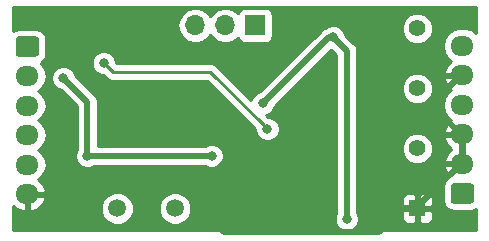
<source format=gbr>
G04 #@! TF.GenerationSoftware,KiCad,Pcbnew,(5.0.2-5)-5*
G04 #@! TF.CreationDate,2019-07-31T22:00:08+03:00*
G04 #@! TF.ProjectId,bike_motor_shim,62696b65-5f6d-46f7-946f-725f7368696d,rev?*
G04 #@! TF.SameCoordinates,Original*
G04 #@! TF.FileFunction,Copper,L2,Bot*
G04 #@! TF.FilePolarity,Positive*
%FSLAX46Y46*%
G04 Gerber Fmt 4.6, Leading zero omitted, Abs format (unit mm)*
G04 Created by KiCad (PCBNEW (5.0.2-5)-5) date 2019 July 31, Wednesday 22:00:08*
%MOMM*%
%LPD*%
G01*
G04 APERTURE LIST*
G04 #@! TA.AperFunction,ComponentPad*
%ADD10C,1.500000*%
G04 #@! TD*
G04 #@! TA.AperFunction,Conductor*
%ADD11C,0.100000*%
G04 #@! TD*
G04 #@! TA.AperFunction,ComponentPad*
%ADD12C,1.700000*%
G04 #@! TD*
G04 #@! TA.AperFunction,ComponentPad*
%ADD13O,1.950000X1.700000*%
G04 #@! TD*
G04 #@! TA.AperFunction,ComponentPad*
%ADD14R,1.700000X1.700000*%
G04 #@! TD*
G04 #@! TA.AperFunction,ComponentPad*
%ADD15O,1.700000X1.700000*%
G04 #@! TD*
G04 #@! TA.AperFunction,ComponentPad*
%ADD16C,1.400000*%
G04 #@! TD*
G04 #@! TA.AperFunction,ComponentPad*
%ADD17R,1.400000X1.400000*%
G04 #@! TD*
G04 #@! TA.AperFunction,ViaPad*
%ADD18C,0.800000*%
G04 #@! TD*
G04 #@! TA.AperFunction,Conductor*
%ADD19C,0.500000*%
G04 #@! TD*
G04 #@! TA.AperFunction,Conductor*
%ADD20C,0.250000*%
G04 #@! TD*
G04 #@! TA.AperFunction,Conductor*
%ADD21C,0.254000*%
G04 #@! TD*
G04 APERTURE END LIST*
D10*
G04 #@! TO.P,Y1,1*
G04 #@! TO.N,Net-(C3-Pad2)*
X146685000Y-126365000D03*
G04 #@! TO.P,Y1,2*
G04 #@! TO.N,Net-(C4-Pad2)*
X151565000Y-126365000D03*
G04 #@! TD*
D11*
G04 #@! TO.N,MISO*
G04 #@! TO.C,J2*
G36*
X139814504Y-111800204D02*
X139838773Y-111803804D01*
X139862571Y-111809765D01*
X139885671Y-111818030D01*
X139907849Y-111828520D01*
X139928893Y-111841133D01*
X139948598Y-111855747D01*
X139966777Y-111872223D01*
X139983253Y-111890402D01*
X139997867Y-111910107D01*
X140010480Y-111931151D01*
X140020970Y-111953329D01*
X140029235Y-111976429D01*
X140035196Y-112000227D01*
X140038796Y-112024496D01*
X140040000Y-112049000D01*
X140040000Y-113249000D01*
X140038796Y-113273504D01*
X140035196Y-113297773D01*
X140029235Y-113321571D01*
X140020970Y-113344671D01*
X140010480Y-113366849D01*
X139997867Y-113387893D01*
X139983253Y-113407598D01*
X139966777Y-113425777D01*
X139948598Y-113442253D01*
X139928893Y-113456867D01*
X139907849Y-113469480D01*
X139885671Y-113479970D01*
X139862571Y-113488235D01*
X139838773Y-113494196D01*
X139814504Y-113497796D01*
X139790000Y-113499000D01*
X138340000Y-113499000D01*
X138315496Y-113497796D01*
X138291227Y-113494196D01*
X138267429Y-113488235D01*
X138244329Y-113479970D01*
X138222151Y-113469480D01*
X138201107Y-113456867D01*
X138181402Y-113442253D01*
X138163223Y-113425777D01*
X138146747Y-113407598D01*
X138132133Y-113387893D01*
X138119520Y-113366849D01*
X138109030Y-113344671D01*
X138100765Y-113321571D01*
X138094804Y-113297773D01*
X138091204Y-113273504D01*
X138090000Y-113249000D01*
X138090000Y-112049000D01*
X138091204Y-112024496D01*
X138094804Y-112000227D01*
X138100765Y-111976429D01*
X138109030Y-111953329D01*
X138119520Y-111931151D01*
X138132133Y-111910107D01*
X138146747Y-111890402D01*
X138163223Y-111872223D01*
X138181402Y-111855747D01*
X138201107Y-111841133D01*
X138222151Y-111828520D01*
X138244329Y-111818030D01*
X138267429Y-111809765D01*
X138291227Y-111803804D01*
X138315496Y-111800204D01*
X138340000Y-111799000D01*
X139790000Y-111799000D01*
X139814504Y-111800204D01*
X139814504Y-111800204D01*
G37*
D12*
G04 #@! TD*
G04 #@! TO.P,J2,1*
G04 #@! TO.N,MISO*
X139065000Y-112649000D03*
D13*
G04 #@! TO.P,J2,2*
G04 #@! TO.N,+5V*
X139065000Y-115149000D03*
G04 #@! TO.P,J2,3*
G04 #@! TO.N,SCK*
X139065000Y-117649000D03*
G04 #@! TO.P,J2,4*
G04 #@! TO.N,MOSI*
X139065000Y-120149000D03*
G04 #@! TO.P,J2,5*
G04 #@! TO.N,RST*
X139065000Y-122649000D03*
G04 #@! TO.P,J2,6*
G04 #@! TO.N,GND*
X139065000Y-125149000D03*
G04 #@! TD*
D11*
G04 #@! TO.N,+6V*
G04 #@! TO.C,J1*
G36*
X176644504Y-124246204D02*
X176668773Y-124249804D01*
X176692571Y-124255765D01*
X176715671Y-124264030D01*
X176737849Y-124274520D01*
X176758893Y-124287133D01*
X176778598Y-124301747D01*
X176796777Y-124318223D01*
X176813253Y-124336402D01*
X176827867Y-124356107D01*
X176840480Y-124377151D01*
X176850970Y-124399329D01*
X176859235Y-124422429D01*
X176865196Y-124446227D01*
X176868796Y-124470496D01*
X176870000Y-124495000D01*
X176870000Y-125695000D01*
X176868796Y-125719504D01*
X176865196Y-125743773D01*
X176859235Y-125767571D01*
X176850970Y-125790671D01*
X176840480Y-125812849D01*
X176827867Y-125833893D01*
X176813253Y-125853598D01*
X176796777Y-125871777D01*
X176778598Y-125888253D01*
X176758893Y-125902867D01*
X176737849Y-125915480D01*
X176715671Y-125925970D01*
X176692571Y-125934235D01*
X176668773Y-125940196D01*
X176644504Y-125943796D01*
X176620000Y-125945000D01*
X175170000Y-125945000D01*
X175145496Y-125943796D01*
X175121227Y-125940196D01*
X175097429Y-125934235D01*
X175074329Y-125925970D01*
X175052151Y-125915480D01*
X175031107Y-125902867D01*
X175011402Y-125888253D01*
X174993223Y-125871777D01*
X174976747Y-125853598D01*
X174962133Y-125833893D01*
X174949520Y-125812849D01*
X174939030Y-125790671D01*
X174930765Y-125767571D01*
X174924804Y-125743773D01*
X174921204Y-125719504D01*
X174920000Y-125695000D01*
X174920000Y-124495000D01*
X174921204Y-124470496D01*
X174924804Y-124446227D01*
X174930765Y-124422429D01*
X174939030Y-124399329D01*
X174949520Y-124377151D01*
X174962133Y-124356107D01*
X174976747Y-124336402D01*
X174993223Y-124318223D01*
X175011402Y-124301747D01*
X175031107Y-124287133D01*
X175052151Y-124274520D01*
X175074329Y-124264030D01*
X175097429Y-124255765D01*
X175121227Y-124249804D01*
X175145496Y-124246204D01*
X175170000Y-124245000D01*
X176620000Y-124245000D01*
X176644504Y-124246204D01*
X176644504Y-124246204D01*
G37*
D12*
G04 #@! TD*
G04 #@! TO.P,J1,1*
G04 #@! TO.N,+6V*
X175895000Y-125095000D03*
D13*
G04 #@! TO.P,J1,2*
G04 #@! TO.N,GND*
X175895000Y-122595000D03*
G04 #@! TO.P,J1,3*
X175895000Y-120095000D03*
G04 #@! TO.P,J1,4*
G04 #@! TO.N,SENSOR_IN*
X175895000Y-117595000D03*
G04 #@! TO.P,J1,5*
G04 #@! TO.N,GND*
X175895000Y-115095000D03*
G04 #@! TO.P,J1,6*
G04 #@! TO.N,MOTOR_IN*
X175895000Y-112595000D03*
G04 #@! TD*
D14*
G04 #@! TO.P,JP1,1*
G04 #@! TO.N,MOTOR_DRY*
X158369000Y-110871000D03*
D15*
G04 #@! TO.P,JP1,2*
G04 #@! TO.N,Net-(JP1-Pad2)*
X155829000Y-110871000D03*
G04 #@! TO.P,JP1,3*
G04 #@! TO.N,MOTOR_TTL*
X153289000Y-110871000D03*
G04 #@! TD*
D16*
G04 #@! TO.P,K1,7*
G04 #@! TO.N,MOTOR_DRY*
X172085000Y-111125000D03*
G04 #@! TO.P,K1,5*
G04 #@! TO.N,+5V*
X172085000Y-116205000D03*
G04 #@! TO.P,K1,3*
G04 #@! TO.N,Net-(D1-Pad2)*
X172085000Y-121285000D03*
D17*
G04 #@! TO.P,K1,1*
G04 #@! TO.N,GND*
X172085000Y-126365000D03*
G04 #@! TD*
D18*
G04 #@! TO.N,+5V*
X154686000Y-121920000D03*
X144145000Y-121920000D03*
X159004000Y-117475000D03*
X164973000Y-111887000D03*
X166116000Y-127254000D03*
X142113000Y-115316000D03*
G04 #@! TO.N,MISO*
X145542000Y-114046000D03*
X159385000Y-119634000D03*
G04 #@! TO.N,GND*
X153035000Y-118999000D03*
X159385000Y-121285000D03*
X154432000Y-127635000D03*
X144145000Y-123825000D03*
X147955000Y-118110000D03*
X164338000Y-117982999D03*
G04 #@! TD*
D19*
G04 #@! TO.N,+5V*
X144145000Y-121920000D02*
X154686000Y-121920000D01*
X144145000Y-121920000D02*
X144145000Y-117348000D01*
X144145000Y-117348000D02*
X142512999Y-115715999D01*
X142512999Y-115715999D02*
X142113000Y-115316000D01*
X164592000Y-111887000D02*
X164973000Y-111887000D01*
X159004000Y-117475000D02*
X164592000Y-111887000D01*
X166116000Y-113030000D02*
X166116000Y-127254000D01*
X164973000Y-111887000D02*
X166116000Y-113030000D01*
D20*
G04 #@! TO.N,MISO*
X158985001Y-119234001D02*
X159385000Y-119634000D01*
X154559000Y-114808000D02*
X158985001Y-119234001D01*
X146304000Y-114808000D02*
X154559000Y-114808000D01*
X145542000Y-114046000D02*
X146304000Y-114808000D01*
G04 #@! TO.N,GND*
X175855000Y-122595000D02*
X175895000Y-122595000D01*
D19*
X154432000Y-127635000D02*
X154432000Y-127069315D01*
X154432000Y-127069315D02*
X154432000Y-123825000D01*
X144145000Y-123825000D02*
X154432000Y-123825000D01*
X175895000Y-120015000D02*
X175895000Y-120095000D01*
X175895000Y-120095000D02*
X175895000Y-122595000D01*
X172085000Y-126280000D02*
X172085000Y-126365000D01*
X175770000Y-122595000D02*
X172085000Y-126280000D01*
X175895000Y-122595000D02*
X175770000Y-122595000D01*
X174117000Y-118442000D02*
X175770000Y-120095000D01*
X174117000Y-116748000D02*
X174117000Y-118442000D01*
X175770000Y-115095000D02*
X174117000Y-116748000D01*
X175770000Y-120095000D02*
X175895000Y-120095000D01*
X175895000Y-115095000D02*
X175770000Y-115095000D01*
X170885000Y-126365000D02*
X172085000Y-126365000D01*
X168870010Y-128379990D02*
X170885000Y-126365000D01*
X155742675Y-128379990D02*
X168870010Y-128379990D01*
X154997685Y-127635000D02*
X155742675Y-128379990D01*
X154432000Y-127635000D02*
X154997685Y-127635000D01*
X159385000Y-121285000D02*
X161035999Y-121285000D01*
X161035999Y-121285000D02*
X163938001Y-118382998D01*
X163938001Y-118382998D02*
X164338000Y-117982999D01*
X156972000Y-121285000D02*
X154432000Y-123825000D01*
X159385000Y-121285000D02*
X156972000Y-121285000D01*
X154686000Y-118999000D02*
X156972000Y-121285000D01*
X153035000Y-118999000D02*
X154686000Y-118999000D01*
G04 #@! TD*
D21*
G04 #@! TO.N,GND*
G36*
X177090000Y-111523957D02*
X176599418Y-111196161D01*
X176166256Y-111110000D01*
X175623744Y-111110000D01*
X175190582Y-111196161D01*
X174699375Y-111524375D01*
X174371161Y-112015582D01*
X174255908Y-112595000D01*
X174371161Y-113174418D01*
X174699375Y-113665625D01*
X174972687Y-113848246D01*
X174567503Y-114223807D01*
X174328524Y-114738110D01*
X174449845Y-114968000D01*
X175768000Y-114968000D01*
X175768000Y-114948000D01*
X176022000Y-114948000D01*
X176022000Y-114968000D01*
X176042000Y-114968000D01*
X176042000Y-115222000D01*
X176022000Y-115222000D01*
X176022000Y-115242000D01*
X175768000Y-115242000D01*
X175768000Y-115222000D01*
X174449845Y-115222000D01*
X174328524Y-115451890D01*
X174567503Y-115966193D01*
X174972687Y-116341754D01*
X174699375Y-116524375D01*
X174371161Y-117015582D01*
X174255908Y-117595000D01*
X174371161Y-118174418D01*
X174699375Y-118665625D01*
X174972687Y-118848246D01*
X174567503Y-119223807D01*
X174328524Y-119738110D01*
X174449845Y-119968000D01*
X175768000Y-119968000D01*
X175768000Y-119948000D01*
X176022000Y-119948000D01*
X176022000Y-119968000D01*
X176042000Y-119968000D01*
X176042000Y-120222000D01*
X176022000Y-120222000D01*
X176022000Y-122468000D01*
X176042000Y-122468000D01*
X176042000Y-122722000D01*
X176022000Y-122722000D01*
X176022000Y-122742000D01*
X175768000Y-122742000D01*
X175768000Y-122722000D01*
X174449845Y-122722000D01*
X174328524Y-122951890D01*
X174567503Y-123466193D01*
X174801211Y-123682815D01*
X174535414Y-123860414D01*
X174340874Y-124151565D01*
X174272560Y-124495000D01*
X174272560Y-125695000D01*
X174340874Y-126038435D01*
X174535414Y-126329586D01*
X174826565Y-126524126D01*
X175170000Y-126592440D01*
X176620000Y-126592440D01*
X176963435Y-126524126D01*
X177090001Y-126439558D01*
X177090001Y-128195000D01*
X166548811Y-128195000D01*
X166702280Y-128131431D01*
X166993431Y-127840280D01*
X167151000Y-127459874D01*
X167151000Y-127048126D01*
X167001000Y-126685993D01*
X167001000Y-126650750D01*
X170750000Y-126650750D01*
X170750000Y-127191309D01*
X170846673Y-127424698D01*
X171025301Y-127603327D01*
X171258690Y-127700000D01*
X171799250Y-127700000D01*
X171958000Y-127541250D01*
X171958000Y-126492000D01*
X172212000Y-126492000D01*
X172212000Y-127541250D01*
X172370750Y-127700000D01*
X172911310Y-127700000D01*
X173144699Y-127603327D01*
X173323327Y-127424698D01*
X173420000Y-127191309D01*
X173420000Y-126650750D01*
X173261250Y-126492000D01*
X172212000Y-126492000D01*
X171958000Y-126492000D01*
X170908750Y-126492000D01*
X170750000Y-126650750D01*
X167001000Y-126650750D01*
X167001000Y-125538691D01*
X170750000Y-125538691D01*
X170750000Y-126079250D01*
X170908750Y-126238000D01*
X171958000Y-126238000D01*
X171958000Y-125188750D01*
X172212000Y-125188750D01*
X172212000Y-126238000D01*
X173261250Y-126238000D01*
X173420000Y-126079250D01*
X173420000Y-125538691D01*
X173323327Y-125305302D01*
X173144699Y-125126673D01*
X172911310Y-125030000D01*
X172370750Y-125030000D01*
X172212000Y-125188750D01*
X171958000Y-125188750D01*
X171799250Y-125030000D01*
X171258690Y-125030000D01*
X171025301Y-125126673D01*
X170846673Y-125305302D01*
X170750000Y-125538691D01*
X167001000Y-125538691D01*
X167001000Y-121019452D01*
X170750000Y-121019452D01*
X170750000Y-121550548D01*
X170953242Y-122041217D01*
X171328783Y-122416758D01*
X171819452Y-122620000D01*
X172350548Y-122620000D01*
X172841217Y-122416758D01*
X173216758Y-122041217D01*
X173420000Y-121550548D01*
X173420000Y-121019452D01*
X173216758Y-120528783D01*
X173139865Y-120451890D01*
X174328524Y-120451890D01*
X174567503Y-120966193D01*
X174976189Y-121345000D01*
X174567503Y-121723807D01*
X174328524Y-122238110D01*
X174449845Y-122468000D01*
X175768000Y-122468000D01*
X175768000Y-120222000D01*
X174449845Y-120222000D01*
X174328524Y-120451890D01*
X173139865Y-120451890D01*
X172841217Y-120153242D01*
X172350548Y-119950000D01*
X171819452Y-119950000D01*
X171328783Y-120153242D01*
X170953242Y-120528783D01*
X170750000Y-121019452D01*
X167001000Y-121019452D01*
X167001000Y-115939452D01*
X170750000Y-115939452D01*
X170750000Y-116470548D01*
X170953242Y-116961217D01*
X171328783Y-117336758D01*
X171819452Y-117540000D01*
X172350548Y-117540000D01*
X172841217Y-117336758D01*
X173216758Y-116961217D01*
X173420000Y-116470548D01*
X173420000Y-115939452D01*
X173216758Y-115448783D01*
X172841217Y-115073242D01*
X172350548Y-114870000D01*
X171819452Y-114870000D01*
X171328783Y-115073242D01*
X170953242Y-115448783D01*
X170750000Y-115939452D01*
X167001000Y-115939452D01*
X167001000Y-113117159D01*
X167018337Y-113029999D01*
X167001000Y-112942839D01*
X167001000Y-112942835D01*
X166949652Y-112684690D01*
X166754049Y-112391951D01*
X166680156Y-112342577D01*
X166000431Y-111662853D01*
X165850431Y-111300720D01*
X165559280Y-111009569D01*
X165196865Y-110859452D01*
X170750000Y-110859452D01*
X170750000Y-111390548D01*
X170953242Y-111881217D01*
X171328783Y-112256758D01*
X171819452Y-112460000D01*
X172350548Y-112460000D01*
X172841217Y-112256758D01*
X173216758Y-111881217D01*
X173420000Y-111390548D01*
X173420000Y-110859452D01*
X173216758Y-110368783D01*
X172841217Y-109993242D01*
X172350548Y-109790000D01*
X171819452Y-109790000D01*
X171328783Y-109993242D01*
X170953242Y-110368783D01*
X170750000Y-110859452D01*
X165196865Y-110859452D01*
X165178874Y-110852000D01*
X164767126Y-110852000D01*
X164386720Y-111009569D01*
X164366840Y-111029449D01*
X164246690Y-111053348D01*
X164246688Y-111053349D01*
X164246689Y-111053349D01*
X164027845Y-111199576D01*
X164027844Y-111199577D01*
X163953951Y-111248951D01*
X163904577Y-111322844D01*
X158779853Y-116447569D01*
X158417720Y-116597569D01*
X158126569Y-116888720D01*
X158005883Y-117180082D01*
X155149331Y-114323530D01*
X155106929Y-114260071D01*
X154855537Y-114092096D01*
X154633852Y-114048000D01*
X154633847Y-114048000D01*
X154559000Y-114033112D01*
X154484153Y-114048000D01*
X146618802Y-114048000D01*
X146577000Y-114006198D01*
X146577000Y-113840126D01*
X146419431Y-113459720D01*
X146128280Y-113168569D01*
X145747874Y-113011000D01*
X145336126Y-113011000D01*
X144955720Y-113168569D01*
X144664569Y-113459720D01*
X144507000Y-113840126D01*
X144507000Y-114251874D01*
X144664569Y-114632280D01*
X144955720Y-114923431D01*
X145336126Y-115081000D01*
X145502198Y-115081000D01*
X145713670Y-115292472D01*
X145756071Y-115355929D01*
X145819527Y-115398329D01*
X146007462Y-115523904D01*
X146055605Y-115533480D01*
X146229148Y-115568000D01*
X146229152Y-115568000D01*
X146304000Y-115582888D01*
X146378848Y-115568000D01*
X154244199Y-115568000D01*
X158350000Y-119673802D01*
X158350000Y-119839874D01*
X158507569Y-120220280D01*
X158798720Y-120511431D01*
X159179126Y-120669000D01*
X159590874Y-120669000D01*
X159971280Y-120511431D01*
X160262431Y-120220280D01*
X160420000Y-119839874D01*
X160420000Y-119428126D01*
X160262431Y-119047720D01*
X159971280Y-118756569D01*
X159590874Y-118599000D01*
X159424802Y-118599000D01*
X159298919Y-118473117D01*
X159590280Y-118352431D01*
X159881431Y-118061280D01*
X160031431Y-117699147D01*
X164782500Y-112948079D01*
X165231000Y-113396579D01*
X165231001Y-126685991D01*
X165081000Y-127048126D01*
X165081000Y-127459874D01*
X165238569Y-127840280D01*
X165529720Y-128131431D01*
X165683189Y-128195000D01*
X137870000Y-128195000D01*
X137870000Y-126143003D01*
X138162429Y-126414053D01*
X138705733Y-126615320D01*
X138938000Y-126475165D01*
X138938000Y-125276000D01*
X139192000Y-125276000D01*
X139192000Y-126475165D01*
X139424267Y-126615320D01*
X139967571Y-126414053D01*
X140317716Y-126089506D01*
X145300000Y-126089506D01*
X145300000Y-126640494D01*
X145510853Y-127149540D01*
X145900460Y-127539147D01*
X146409506Y-127750000D01*
X146960494Y-127750000D01*
X147469540Y-127539147D01*
X147859147Y-127149540D01*
X148070000Y-126640494D01*
X148070000Y-126089506D01*
X150180000Y-126089506D01*
X150180000Y-126640494D01*
X150390853Y-127149540D01*
X150780460Y-127539147D01*
X151289506Y-127750000D01*
X151840494Y-127750000D01*
X152349540Y-127539147D01*
X152739147Y-127149540D01*
X152950000Y-126640494D01*
X152950000Y-126089506D01*
X152739147Y-125580460D01*
X152349540Y-125190853D01*
X151840494Y-124980000D01*
X151289506Y-124980000D01*
X150780460Y-125190853D01*
X150390853Y-125580460D01*
X150180000Y-126089506D01*
X148070000Y-126089506D01*
X147859147Y-125580460D01*
X147469540Y-125190853D01*
X146960494Y-124980000D01*
X146409506Y-124980000D01*
X145900460Y-125190853D01*
X145510853Y-125580460D01*
X145300000Y-126089506D01*
X140317716Y-126089506D01*
X140392497Y-126020193D01*
X140631476Y-125505890D01*
X140510155Y-125276000D01*
X139192000Y-125276000D01*
X138938000Y-125276000D01*
X138918000Y-125276000D01*
X138918000Y-125022000D01*
X138938000Y-125022000D01*
X138938000Y-125002000D01*
X139192000Y-125002000D01*
X139192000Y-125022000D01*
X140510155Y-125022000D01*
X140631476Y-124792110D01*
X140392497Y-124277807D01*
X139987313Y-123902246D01*
X140260625Y-123719625D01*
X140588839Y-123228418D01*
X140704092Y-122649000D01*
X140588839Y-122069582D01*
X140260625Y-121578375D01*
X139992171Y-121399000D01*
X140260625Y-121219625D01*
X140588839Y-120728418D01*
X140704092Y-120149000D01*
X140588839Y-119569582D01*
X140260625Y-119078375D01*
X139992171Y-118899000D01*
X140260625Y-118719625D01*
X140588839Y-118228418D01*
X140704092Y-117649000D01*
X140588839Y-117069582D01*
X140260625Y-116578375D01*
X139992171Y-116399000D01*
X140260625Y-116219625D01*
X140588839Y-115728418D01*
X140704092Y-115149000D01*
X140696360Y-115110126D01*
X141078000Y-115110126D01*
X141078000Y-115521874D01*
X141235569Y-115902280D01*
X141526720Y-116193431D01*
X141888853Y-116343431D01*
X143260001Y-117714580D01*
X143260000Y-121351993D01*
X143110000Y-121714126D01*
X143110000Y-122125874D01*
X143267569Y-122506280D01*
X143558720Y-122797431D01*
X143939126Y-122955000D01*
X144350874Y-122955000D01*
X144713007Y-122805000D01*
X154117993Y-122805000D01*
X154480126Y-122955000D01*
X154891874Y-122955000D01*
X155272280Y-122797431D01*
X155563431Y-122506280D01*
X155721000Y-122125874D01*
X155721000Y-121714126D01*
X155563431Y-121333720D01*
X155272280Y-121042569D01*
X154891874Y-120885000D01*
X154480126Y-120885000D01*
X154117993Y-121035000D01*
X145030000Y-121035000D01*
X145030000Y-117435161D01*
X145047337Y-117348000D01*
X145030000Y-117260839D01*
X145030000Y-117260835D01*
X144978652Y-117002690D01*
X144832424Y-116783845D01*
X144832423Y-116783844D01*
X144783049Y-116709951D01*
X144709156Y-116660577D01*
X143140431Y-115091853D01*
X142990431Y-114729720D01*
X142699280Y-114438569D01*
X142318874Y-114281000D01*
X141907126Y-114281000D01*
X141526720Y-114438569D01*
X141235569Y-114729720D01*
X141078000Y-115110126D01*
X140696360Y-115110126D01*
X140588839Y-114569582D01*
X140260625Y-114078375D01*
X140196844Y-114035758D01*
X140424586Y-113883586D01*
X140619126Y-113592435D01*
X140687440Y-113249000D01*
X140687440Y-112049000D01*
X140619126Y-111705565D01*
X140424586Y-111414414D01*
X140133435Y-111219874D01*
X139790000Y-111151560D01*
X138340000Y-111151560D01*
X137996565Y-111219874D01*
X137870000Y-111304442D01*
X137870000Y-110871000D01*
X151774908Y-110871000D01*
X151890161Y-111450418D01*
X152218375Y-111941625D01*
X152709582Y-112269839D01*
X153142744Y-112356000D01*
X153435256Y-112356000D01*
X153868418Y-112269839D01*
X154359625Y-111941625D01*
X154559000Y-111643239D01*
X154758375Y-111941625D01*
X155249582Y-112269839D01*
X155682744Y-112356000D01*
X155975256Y-112356000D01*
X156408418Y-112269839D01*
X156899625Y-111941625D01*
X156911816Y-111923381D01*
X156920843Y-111968765D01*
X157061191Y-112178809D01*
X157271235Y-112319157D01*
X157519000Y-112368440D01*
X159219000Y-112368440D01*
X159466765Y-112319157D01*
X159676809Y-112178809D01*
X159817157Y-111968765D01*
X159866440Y-111721000D01*
X159866440Y-110021000D01*
X159817157Y-109773235D01*
X159676809Y-109563191D01*
X159466765Y-109422843D01*
X159219000Y-109373560D01*
X157519000Y-109373560D01*
X157271235Y-109422843D01*
X157061191Y-109563191D01*
X156920843Y-109773235D01*
X156911816Y-109818619D01*
X156899625Y-109800375D01*
X156408418Y-109472161D01*
X155975256Y-109386000D01*
X155682744Y-109386000D01*
X155249582Y-109472161D01*
X154758375Y-109800375D01*
X154559000Y-110098761D01*
X154359625Y-109800375D01*
X153868418Y-109472161D01*
X153435256Y-109386000D01*
X153142744Y-109386000D01*
X152709582Y-109472161D01*
X152218375Y-109800375D01*
X151890161Y-110291582D01*
X151774908Y-110871000D01*
X137870000Y-110871000D01*
X137870000Y-109295000D01*
X177090000Y-109295000D01*
X177090000Y-111523957D01*
X177090000Y-111523957D01*
G37*
X177090000Y-111523957D02*
X176599418Y-111196161D01*
X176166256Y-111110000D01*
X175623744Y-111110000D01*
X175190582Y-111196161D01*
X174699375Y-111524375D01*
X174371161Y-112015582D01*
X174255908Y-112595000D01*
X174371161Y-113174418D01*
X174699375Y-113665625D01*
X174972687Y-113848246D01*
X174567503Y-114223807D01*
X174328524Y-114738110D01*
X174449845Y-114968000D01*
X175768000Y-114968000D01*
X175768000Y-114948000D01*
X176022000Y-114948000D01*
X176022000Y-114968000D01*
X176042000Y-114968000D01*
X176042000Y-115222000D01*
X176022000Y-115222000D01*
X176022000Y-115242000D01*
X175768000Y-115242000D01*
X175768000Y-115222000D01*
X174449845Y-115222000D01*
X174328524Y-115451890D01*
X174567503Y-115966193D01*
X174972687Y-116341754D01*
X174699375Y-116524375D01*
X174371161Y-117015582D01*
X174255908Y-117595000D01*
X174371161Y-118174418D01*
X174699375Y-118665625D01*
X174972687Y-118848246D01*
X174567503Y-119223807D01*
X174328524Y-119738110D01*
X174449845Y-119968000D01*
X175768000Y-119968000D01*
X175768000Y-119948000D01*
X176022000Y-119948000D01*
X176022000Y-119968000D01*
X176042000Y-119968000D01*
X176042000Y-120222000D01*
X176022000Y-120222000D01*
X176022000Y-122468000D01*
X176042000Y-122468000D01*
X176042000Y-122722000D01*
X176022000Y-122722000D01*
X176022000Y-122742000D01*
X175768000Y-122742000D01*
X175768000Y-122722000D01*
X174449845Y-122722000D01*
X174328524Y-122951890D01*
X174567503Y-123466193D01*
X174801211Y-123682815D01*
X174535414Y-123860414D01*
X174340874Y-124151565D01*
X174272560Y-124495000D01*
X174272560Y-125695000D01*
X174340874Y-126038435D01*
X174535414Y-126329586D01*
X174826565Y-126524126D01*
X175170000Y-126592440D01*
X176620000Y-126592440D01*
X176963435Y-126524126D01*
X177090001Y-126439558D01*
X177090001Y-128195000D01*
X166548811Y-128195000D01*
X166702280Y-128131431D01*
X166993431Y-127840280D01*
X167151000Y-127459874D01*
X167151000Y-127048126D01*
X167001000Y-126685993D01*
X167001000Y-126650750D01*
X170750000Y-126650750D01*
X170750000Y-127191309D01*
X170846673Y-127424698D01*
X171025301Y-127603327D01*
X171258690Y-127700000D01*
X171799250Y-127700000D01*
X171958000Y-127541250D01*
X171958000Y-126492000D01*
X172212000Y-126492000D01*
X172212000Y-127541250D01*
X172370750Y-127700000D01*
X172911310Y-127700000D01*
X173144699Y-127603327D01*
X173323327Y-127424698D01*
X173420000Y-127191309D01*
X173420000Y-126650750D01*
X173261250Y-126492000D01*
X172212000Y-126492000D01*
X171958000Y-126492000D01*
X170908750Y-126492000D01*
X170750000Y-126650750D01*
X167001000Y-126650750D01*
X167001000Y-125538691D01*
X170750000Y-125538691D01*
X170750000Y-126079250D01*
X170908750Y-126238000D01*
X171958000Y-126238000D01*
X171958000Y-125188750D01*
X172212000Y-125188750D01*
X172212000Y-126238000D01*
X173261250Y-126238000D01*
X173420000Y-126079250D01*
X173420000Y-125538691D01*
X173323327Y-125305302D01*
X173144699Y-125126673D01*
X172911310Y-125030000D01*
X172370750Y-125030000D01*
X172212000Y-125188750D01*
X171958000Y-125188750D01*
X171799250Y-125030000D01*
X171258690Y-125030000D01*
X171025301Y-125126673D01*
X170846673Y-125305302D01*
X170750000Y-125538691D01*
X167001000Y-125538691D01*
X167001000Y-121019452D01*
X170750000Y-121019452D01*
X170750000Y-121550548D01*
X170953242Y-122041217D01*
X171328783Y-122416758D01*
X171819452Y-122620000D01*
X172350548Y-122620000D01*
X172841217Y-122416758D01*
X173216758Y-122041217D01*
X173420000Y-121550548D01*
X173420000Y-121019452D01*
X173216758Y-120528783D01*
X173139865Y-120451890D01*
X174328524Y-120451890D01*
X174567503Y-120966193D01*
X174976189Y-121345000D01*
X174567503Y-121723807D01*
X174328524Y-122238110D01*
X174449845Y-122468000D01*
X175768000Y-122468000D01*
X175768000Y-120222000D01*
X174449845Y-120222000D01*
X174328524Y-120451890D01*
X173139865Y-120451890D01*
X172841217Y-120153242D01*
X172350548Y-119950000D01*
X171819452Y-119950000D01*
X171328783Y-120153242D01*
X170953242Y-120528783D01*
X170750000Y-121019452D01*
X167001000Y-121019452D01*
X167001000Y-115939452D01*
X170750000Y-115939452D01*
X170750000Y-116470548D01*
X170953242Y-116961217D01*
X171328783Y-117336758D01*
X171819452Y-117540000D01*
X172350548Y-117540000D01*
X172841217Y-117336758D01*
X173216758Y-116961217D01*
X173420000Y-116470548D01*
X173420000Y-115939452D01*
X173216758Y-115448783D01*
X172841217Y-115073242D01*
X172350548Y-114870000D01*
X171819452Y-114870000D01*
X171328783Y-115073242D01*
X170953242Y-115448783D01*
X170750000Y-115939452D01*
X167001000Y-115939452D01*
X167001000Y-113117159D01*
X167018337Y-113029999D01*
X167001000Y-112942839D01*
X167001000Y-112942835D01*
X166949652Y-112684690D01*
X166754049Y-112391951D01*
X166680156Y-112342577D01*
X166000431Y-111662853D01*
X165850431Y-111300720D01*
X165559280Y-111009569D01*
X165196865Y-110859452D01*
X170750000Y-110859452D01*
X170750000Y-111390548D01*
X170953242Y-111881217D01*
X171328783Y-112256758D01*
X171819452Y-112460000D01*
X172350548Y-112460000D01*
X172841217Y-112256758D01*
X173216758Y-111881217D01*
X173420000Y-111390548D01*
X173420000Y-110859452D01*
X173216758Y-110368783D01*
X172841217Y-109993242D01*
X172350548Y-109790000D01*
X171819452Y-109790000D01*
X171328783Y-109993242D01*
X170953242Y-110368783D01*
X170750000Y-110859452D01*
X165196865Y-110859452D01*
X165178874Y-110852000D01*
X164767126Y-110852000D01*
X164386720Y-111009569D01*
X164366840Y-111029449D01*
X164246690Y-111053348D01*
X164246688Y-111053349D01*
X164246689Y-111053349D01*
X164027845Y-111199576D01*
X164027844Y-111199577D01*
X163953951Y-111248951D01*
X163904577Y-111322844D01*
X158779853Y-116447569D01*
X158417720Y-116597569D01*
X158126569Y-116888720D01*
X158005883Y-117180082D01*
X155149331Y-114323530D01*
X155106929Y-114260071D01*
X154855537Y-114092096D01*
X154633852Y-114048000D01*
X154633847Y-114048000D01*
X154559000Y-114033112D01*
X154484153Y-114048000D01*
X146618802Y-114048000D01*
X146577000Y-114006198D01*
X146577000Y-113840126D01*
X146419431Y-113459720D01*
X146128280Y-113168569D01*
X145747874Y-113011000D01*
X145336126Y-113011000D01*
X144955720Y-113168569D01*
X144664569Y-113459720D01*
X144507000Y-113840126D01*
X144507000Y-114251874D01*
X144664569Y-114632280D01*
X144955720Y-114923431D01*
X145336126Y-115081000D01*
X145502198Y-115081000D01*
X145713670Y-115292472D01*
X145756071Y-115355929D01*
X145819527Y-115398329D01*
X146007462Y-115523904D01*
X146055605Y-115533480D01*
X146229148Y-115568000D01*
X146229152Y-115568000D01*
X146304000Y-115582888D01*
X146378848Y-115568000D01*
X154244199Y-115568000D01*
X158350000Y-119673802D01*
X158350000Y-119839874D01*
X158507569Y-120220280D01*
X158798720Y-120511431D01*
X159179126Y-120669000D01*
X159590874Y-120669000D01*
X159971280Y-120511431D01*
X160262431Y-120220280D01*
X160420000Y-119839874D01*
X160420000Y-119428126D01*
X160262431Y-119047720D01*
X159971280Y-118756569D01*
X159590874Y-118599000D01*
X159424802Y-118599000D01*
X159298919Y-118473117D01*
X159590280Y-118352431D01*
X159881431Y-118061280D01*
X160031431Y-117699147D01*
X164782500Y-112948079D01*
X165231000Y-113396579D01*
X165231001Y-126685991D01*
X165081000Y-127048126D01*
X165081000Y-127459874D01*
X165238569Y-127840280D01*
X165529720Y-128131431D01*
X165683189Y-128195000D01*
X137870000Y-128195000D01*
X137870000Y-126143003D01*
X138162429Y-126414053D01*
X138705733Y-126615320D01*
X138938000Y-126475165D01*
X138938000Y-125276000D01*
X139192000Y-125276000D01*
X139192000Y-126475165D01*
X139424267Y-126615320D01*
X139967571Y-126414053D01*
X140317716Y-126089506D01*
X145300000Y-126089506D01*
X145300000Y-126640494D01*
X145510853Y-127149540D01*
X145900460Y-127539147D01*
X146409506Y-127750000D01*
X146960494Y-127750000D01*
X147469540Y-127539147D01*
X147859147Y-127149540D01*
X148070000Y-126640494D01*
X148070000Y-126089506D01*
X150180000Y-126089506D01*
X150180000Y-126640494D01*
X150390853Y-127149540D01*
X150780460Y-127539147D01*
X151289506Y-127750000D01*
X151840494Y-127750000D01*
X152349540Y-127539147D01*
X152739147Y-127149540D01*
X152950000Y-126640494D01*
X152950000Y-126089506D01*
X152739147Y-125580460D01*
X152349540Y-125190853D01*
X151840494Y-124980000D01*
X151289506Y-124980000D01*
X150780460Y-125190853D01*
X150390853Y-125580460D01*
X150180000Y-126089506D01*
X148070000Y-126089506D01*
X147859147Y-125580460D01*
X147469540Y-125190853D01*
X146960494Y-124980000D01*
X146409506Y-124980000D01*
X145900460Y-125190853D01*
X145510853Y-125580460D01*
X145300000Y-126089506D01*
X140317716Y-126089506D01*
X140392497Y-126020193D01*
X140631476Y-125505890D01*
X140510155Y-125276000D01*
X139192000Y-125276000D01*
X138938000Y-125276000D01*
X138918000Y-125276000D01*
X138918000Y-125022000D01*
X138938000Y-125022000D01*
X138938000Y-125002000D01*
X139192000Y-125002000D01*
X139192000Y-125022000D01*
X140510155Y-125022000D01*
X140631476Y-124792110D01*
X140392497Y-124277807D01*
X139987313Y-123902246D01*
X140260625Y-123719625D01*
X140588839Y-123228418D01*
X140704092Y-122649000D01*
X140588839Y-122069582D01*
X140260625Y-121578375D01*
X139992171Y-121399000D01*
X140260625Y-121219625D01*
X140588839Y-120728418D01*
X140704092Y-120149000D01*
X140588839Y-119569582D01*
X140260625Y-119078375D01*
X139992171Y-118899000D01*
X140260625Y-118719625D01*
X140588839Y-118228418D01*
X140704092Y-117649000D01*
X140588839Y-117069582D01*
X140260625Y-116578375D01*
X139992171Y-116399000D01*
X140260625Y-116219625D01*
X140588839Y-115728418D01*
X140704092Y-115149000D01*
X140696360Y-115110126D01*
X141078000Y-115110126D01*
X141078000Y-115521874D01*
X141235569Y-115902280D01*
X141526720Y-116193431D01*
X141888853Y-116343431D01*
X143260001Y-117714580D01*
X143260000Y-121351993D01*
X143110000Y-121714126D01*
X143110000Y-122125874D01*
X143267569Y-122506280D01*
X143558720Y-122797431D01*
X143939126Y-122955000D01*
X144350874Y-122955000D01*
X144713007Y-122805000D01*
X154117993Y-122805000D01*
X154480126Y-122955000D01*
X154891874Y-122955000D01*
X155272280Y-122797431D01*
X155563431Y-122506280D01*
X155721000Y-122125874D01*
X155721000Y-121714126D01*
X155563431Y-121333720D01*
X155272280Y-121042569D01*
X154891874Y-120885000D01*
X154480126Y-120885000D01*
X154117993Y-121035000D01*
X145030000Y-121035000D01*
X145030000Y-117435161D01*
X145047337Y-117348000D01*
X145030000Y-117260839D01*
X145030000Y-117260835D01*
X144978652Y-117002690D01*
X144832424Y-116783845D01*
X144832423Y-116783844D01*
X144783049Y-116709951D01*
X144709156Y-116660577D01*
X143140431Y-115091853D01*
X142990431Y-114729720D01*
X142699280Y-114438569D01*
X142318874Y-114281000D01*
X141907126Y-114281000D01*
X141526720Y-114438569D01*
X141235569Y-114729720D01*
X141078000Y-115110126D01*
X140696360Y-115110126D01*
X140588839Y-114569582D01*
X140260625Y-114078375D01*
X140196844Y-114035758D01*
X140424586Y-113883586D01*
X140619126Y-113592435D01*
X140687440Y-113249000D01*
X140687440Y-112049000D01*
X140619126Y-111705565D01*
X140424586Y-111414414D01*
X140133435Y-111219874D01*
X139790000Y-111151560D01*
X138340000Y-111151560D01*
X137996565Y-111219874D01*
X137870000Y-111304442D01*
X137870000Y-110871000D01*
X151774908Y-110871000D01*
X151890161Y-111450418D01*
X152218375Y-111941625D01*
X152709582Y-112269839D01*
X153142744Y-112356000D01*
X153435256Y-112356000D01*
X153868418Y-112269839D01*
X154359625Y-111941625D01*
X154559000Y-111643239D01*
X154758375Y-111941625D01*
X155249582Y-112269839D01*
X155682744Y-112356000D01*
X155975256Y-112356000D01*
X156408418Y-112269839D01*
X156899625Y-111941625D01*
X156911816Y-111923381D01*
X156920843Y-111968765D01*
X157061191Y-112178809D01*
X157271235Y-112319157D01*
X157519000Y-112368440D01*
X159219000Y-112368440D01*
X159466765Y-112319157D01*
X159676809Y-112178809D01*
X159817157Y-111968765D01*
X159866440Y-111721000D01*
X159866440Y-110021000D01*
X159817157Y-109773235D01*
X159676809Y-109563191D01*
X159466765Y-109422843D01*
X159219000Y-109373560D01*
X157519000Y-109373560D01*
X157271235Y-109422843D01*
X157061191Y-109563191D01*
X156920843Y-109773235D01*
X156911816Y-109818619D01*
X156899625Y-109800375D01*
X156408418Y-109472161D01*
X155975256Y-109386000D01*
X155682744Y-109386000D01*
X155249582Y-109472161D01*
X154758375Y-109800375D01*
X154559000Y-110098761D01*
X154359625Y-109800375D01*
X153868418Y-109472161D01*
X153435256Y-109386000D01*
X153142744Y-109386000D01*
X152709582Y-109472161D01*
X152218375Y-109800375D01*
X151890161Y-110291582D01*
X151774908Y-110871000D01*
X137870000Y-110871000D01*
X137870000Y-109295000D01*
X177090000Y-109295000D01*
X177090000Y-111523957D01*
G04 #@! TD*
M02*

</source>
